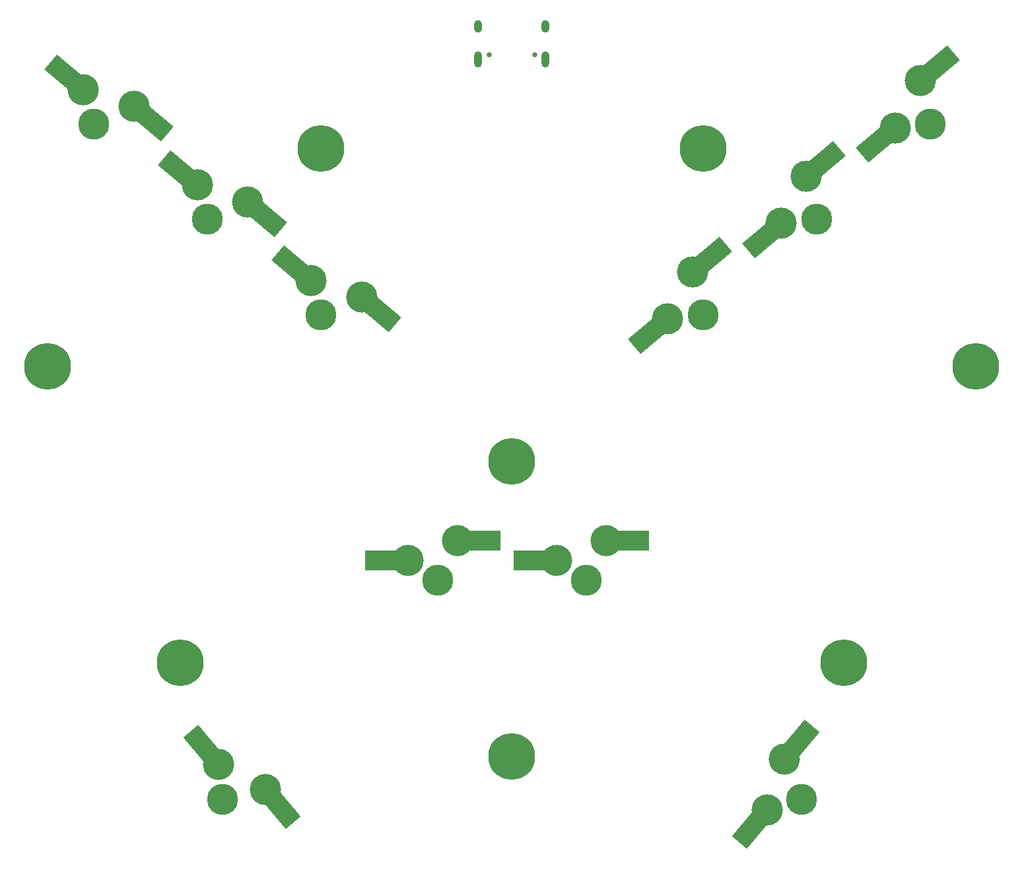
<source format=gbr>
%TF.GenerationSoftware,KiCad,Pcbnew,7.0.5*%
%TF.CreationDate,2023-07-04T17:16:00-06:00*%
%TF.ProjectId,keyboard,6b657962-6f61-4726-942e-6b696361645f,0.1*%
%TF.SameCoordinates,Original*%
%TF.FileFunction,Soldermask,Bot*%
%TF.FilePolarity,Negative*%
%FSLAX46Y46*%
G04 Gerber Fmt 4.6, Leading zero omitted, Abs format (unit mm)*
G04 Created by KiCad (PCBNEW 7.0.5) date 2023-07-04 17:16:00*
%MOMM*%
%LPD*%
G01*
G04 APERTURE LIST*
G04 Aperture macros list*
%AMRotRect*
0 Rectangle, with rotation*
0 The origin of the aperture is its center*
0 $1 length*
0 $2 width*
0 $3 Rotation angle, in degrees counterclockwise*
0 Add horizontal line*
21,1,$1,$2,0,0,$3*%
G04 Aperture macros list end*
%ADD10C,6.000000*%
%ADD11C,3.987800*%
%ADD12C,0.800000*%
%ADD13R,4.500000X2.500000*%
%ADD14C,4.000000*%
%ADD15RotRect,4.500000X2.500000X40.000000*%
%ADD16RotRect,4.500000X2.500000X50.000000*%
%ADD17RotRect,4.500000X2.500000X320.000000*%
%ADD18RotRect,4.500000X2.500000X310.000000*%
%ADD19O,1.000000X2.100000*%
%ADD20O,1.000000X1.600000*%
%ADD21C,0.650000*%
G04 APERTURE END LIST*
D10*
%TO.C,REF\u002A\u002A*%
X92930000Y-120400000D03*
%TD*%
%TO.C,REF\u002A\u002A*%
X135450000Y-108400000D03*
%TD*%
%TO.C,REF\u002A\u002A*%
X50400000Y-108400000D03*
%TD*%
D11*
%TO.C,SW6*%
X83400000Y-97800000D03*
D12*
X74510000Y-94498000D03*
X74510000Y-96022000D03*
D13*
X76315000Y-95260000D03*
D14*
X79590000Y-95260000D03*
X85940000Y-92720000D03*
D13*
X89242000Y-92720000D03*
D12*
X91020000Y-91958000D03*
X91020000Y-93482000D03*
%TD*%
D11*
%TO.C,SW9*%
X132000000Y-51510000D03*
D12*
X123067380Y-54694903D03*
X124046989Y-55862355D03*
D15*
X124939895Y-54118397D03*
D14*
X127448690Y-52013268D03*
X130680392Y-45985814D03*
D15*
X133209871Y-43863329D03*
D12*
X134082093Y-42136727D03*
X135061702Y-43304179D03*
%TD*%
D10*
%TO.C,REF\u002A\u002A*%
X117450000Y-42400000D03*
%TD*%
%TO.C,REF\u002A\u002A*%
X68400000Y-42400000D03*
%TD*%
%TO.C,REF\u002A\u002A*%
X152450000Y-70400000D03*
%TD*%
%TO.C,REF\u002A\u002A*%
X92930000Y-82600000D03*
%TD*%
%TO.C,REF\u002A\u002A*%
X33400000Y-70400000D03*
%TD*%
D11*
%TO.C,SW8*%
X117406855Y-63755104D03*
D12*
X108474235Y-66940007D03*
X109453844Y-68107459D03*
D15*
X110346750Y-66363501D03*
D14*
X112855545Y-64258372D03*
X116087247Y-58230918D03*
D15*
X118616726Y-56108433D03*
D12*
X119488948Y-54381831D03*
X120468557Y-55549283D03*
%TD*%
D11*
%TO.C,SW7*%
X102450000Y-97800000D03*
D12*
X93560000Y-94498000D03*
X93560000Y-96022000D03*
D13*
X95365000Y-95260000D03*
D14*
X98640000Y-95260000D03*
X104990000Y-92720000D03*
D13*
X108292000Y-92720000D03*
D12*
X110070000Y-91958000D03*
X110070000Y-93482000D03*
%TD*%
D11*
%TO.C,SW11*%
X130080000Y-125940000D03*
D12*
X121836139Y-130627650D03*
X123003591Y-131607259D03*
D16*
X123580097Y-129734744D03*
D14*
X125685226Y-127225949D03*
X127821175Y-120728886D03*
D16*
X129943659Y-118199407D03*
D12*
X130502810Y-116347576D03*
X131670262Y-117327184D03*
%TD*%
D11*
%TO.C,SW4*%
X68443146Y-63755103D03*
D12*
X63755496Y-55511242D03*
X62775887Y-56678694D03*
D17*
X64648402Y-57255200D03*
D14*
X67157197Y-59360329D03*
X73654260Y-61496278D03*
D17*
X76183739Y-63618762D03*
D12*
X78035570Y-64177913D03*
X77055962Y-65345365D03*
%TD*%
D11*
%TO.C,SW5*%
X55770000Y-125940000D03*
D12*
X52585097Y-117007380D03*
X51417645Y-117986989D03*
D18*
X53161603Y-118879895D03*
D14*
X55266732Y-121388690D03*
X61294186Y-124620392D03*
D18*
X63416671Y-127149871D03*
D12*
X65143273Y-128022093D03*
X63975821Y-129001702D03*
%TD*%
D11*
%TO.C,SW3*%
X53850000Y-51510000D03*
D12*
X49162350Y-43266139D03*
X48182741Y-44433591D03*
D17*
X50055256Y-45010097D03*
D14*
X52564051Y-47115226D03*
X59061114Y-49251175D03*
D17*
X61590593Y-51373659D03*
D12*
X63442424Y-51932810D03*
X62462816Y-53100262D03*
%TD*%
D11*
%TO.C,SW2*%
X39256853Y-39264893D03*
D12*
X34569203Y-31021032D03*
X33589594Y-32188484D03*
D17*
X35462109Y-32764990D03*
D14*
X37970904Y-34870119D03*
X44467967Y-37006068D03*
D17*
X46997446Y-39128552D03*
D12*
X48849277Y-39687703D03*
X47869669Y-40855155D03*
%TD*%
D11*
%TO.C,SW10*%
X146593148Y-39264895D03*
D12*
X137660528Y-42449798D03*
X138640137Y-43617250D03*
D15*
X139533043Y-41873292D03*
D14*
X142041838Y-39768163D03*
X145273540Y-33740709D03*
D15*
X147803019Y-31618224D03*
D12*
X148675241Y-29891622D03*
X149654850Y-31059074D03*
%TD*%
D19*
%TO.C,J1*%
X88610000Y-30965000D03*
D20*
X88610000Y-26785000D03*
D19*
X97250000Y-30965000D03*
D20*
X97250000Y-26785000D03*
D21*
X90040000Y-30435000D03*
X95820000Y-30435000D03*
%TD*%
M02*

</source>
